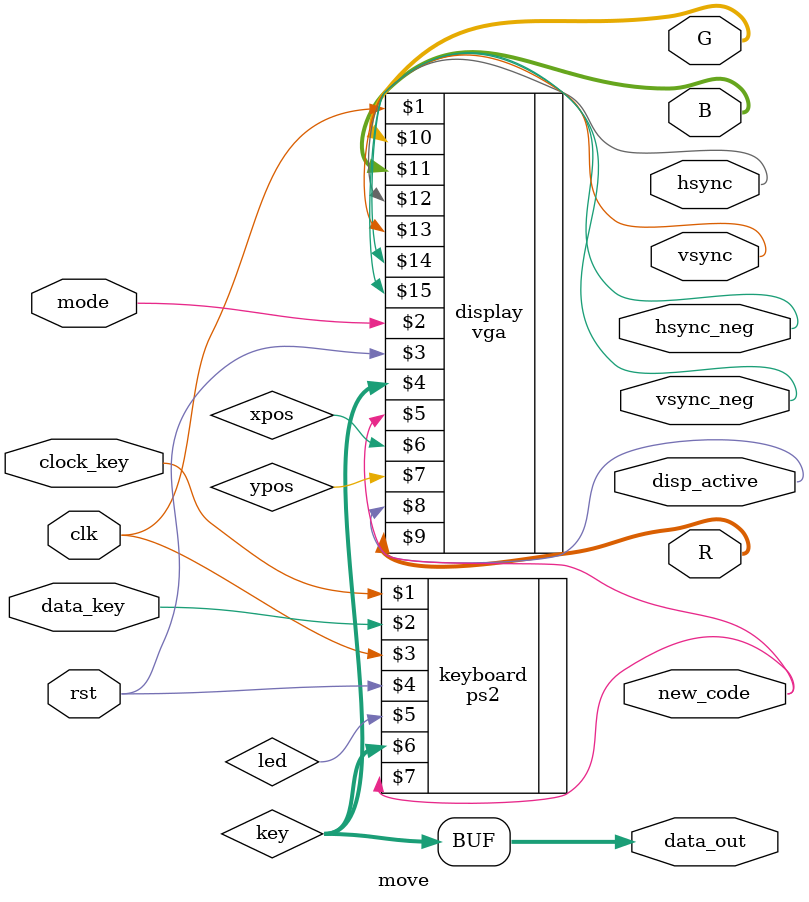
<source format=v>
module move(input clk, 
				input mode,
				input rst,
				output disp_active,
				output [3:0] R, G, B,
				output hsync, vsync,
				output hsync_neg, vsync_neg,
				input clock_key, data_key,
				output [7:0] data_out,
				output new_code
					);
				
wire [7:0] key;
//wire [3:] R, G, B;
//wire clk, mode, rst, dispt_active, hsync, vsync, clock_key, data_key, led;
	
vga display (clk, mode, rst, key, new_code, xpos, ypos, disp_active, R, G, B, hsync, vsync/*, lungime*/, hsync_neg, vsync_neg);
ps2 keyboard (clock_key, data_key, clk, rst, led, key, new_code);

assign data_out = key;

endmodule	
</source>
